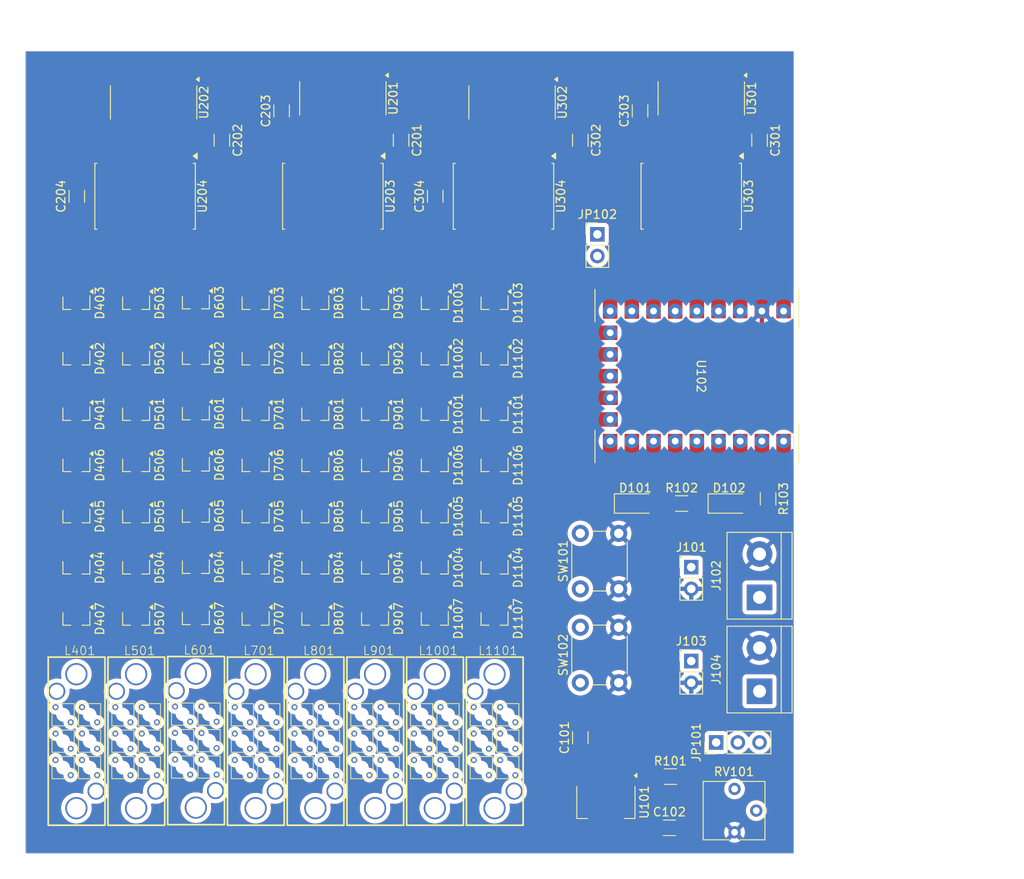
<source format=kicad_pcb>
(kicad_pcb (version 20240108) (generator "pcbnew") (generator_version "8.0")
  (layers (0 "F.Cu" signal) (31 "B.Cu" signal) (34 "B.Paste" user) (35 "F.Paste" user) (36 "B.SilkS" user "B.Silkscreen") (37 "F.SilkS" user "F.Silkscreen") (38 "B.Mask" user) (39 "F.Mask" user) (44 "Edge.Cuts" user))
  (net 0 "")
  (net 1 "Net-(JP101-C)")
  (net 2 "GND")
  (net 3 "Vdrive")
  (net 4 "+3V3")
  (net 5 "Net-(D101-A)")
  (net 6 "Net-(D102-A)")
  (net 7 "/DRIVE_DOT_1_HIGH")
  (net 8 "Net-(D401-K-Pad3)")
  (net 9 "/DRIVE_DOT_1_LOW")
  (net 10 "/DRIVE_DOT_2_HIGH")
  (net 11 "Net-(D402-K-Pad3)")
  (net 12 "/DRIVE_DOT_2_LOW")
  (net 13 "/DRIVE_DOT_3_HIGH")
  (net 14 "Net-(D403-K-Pad3)")
  (net 15 "/DRIVE_DOT_3_LOW")
  (net 16 "Net-(D404-K-Pad3)")
  (net 17 "/DRIVE_DOT_4_HIGH")
  (net 18 "/DRIVE_DOT_4_LOW")
  (net 19 "/DRIVE_DOT_5_LOW")
  (net 20 "Net-(D405-K-Pad3)")
  (net 21 "/DRIVE_DOT_5_HIGH")
  (net 22 "/DRIVE_DOT_6_LOW")
  (net 23 "Net-(D406-K-Pad3)")
  (net 24 "/DRIVE_DOT_6_HIGH")
  (net 25 "/Braille_Cell0/SOLENOID_COMMON")
  (net 26 "/DRIVE_CELL_0_LOW")
  (net 27 "/DRIVE_CELL_0_HIGH")
  (net 28 "Net-(D501-K-Pad3)")
  (net 29 "Net-(D502-K-Pad3)")
  (net 30 "Net-(D503-K-Pad3)")
  (net 31 "Net-(D504-K-Pad3)")
  (net 32 "Net-(D505-K-Pad3)")
  (net 33 "Net-(D506-K-Pad3)")
  (net 34 "/DRIVE_CELL_1_LOW")
  (net 35 "/Braille_Cell1/SOLENOID_COMMON")
  (net 36 "/DRIVE_CELL_1_HIGH")
  (net 37 "Net-(D601-K-Pad3)")
  (net 38 "Net-(D602-K-Pad3)")
  (net 39 "Net-(D603-K-Pad3)")
  (net 40 "Net-(D604-K-Pad3)")
  (net 41 "Net-(D605-K-Pad3)")
  (net 42 "Net-(D606-K-Pad3)")
  (net 43 "/Braille_Cell2/SOLENOID_COMMON")
  (net 44 "/DRIVE_CELL_2_HIGH")
  (net 45 "/DRIVE_CELL_2_LOW")
  (net 46 "Net-(D701-K-Pad3)")
  (net 47 "Net-(D702-K-Pad3)")
  (net 48 "Net-(D703-K-Pad3)")
  (net 49 "Net-(D704-K-Pad3)")
  (net 50 "Net-(D705-K-Pad3)")
  (net 51 "Net-(D706-K-Pad3)")
  (net 52 "/DRIVE_CELL_3_HIGH")
  (net 53 "/Braille_Cell3/SOLENOID_COMMON")
  (net 54 "/DRIVE_CELL_3_LOW")
  (net 55 "Net-(D801-K-Pad3)")
  (net 56 "Net-(D802-K-Pad3)")
  (net 57 "Net-(D803-K-Pad3)")
  (net 58 "Net-(D804-K-Pad3)")
  (net 59 "Net-(D805-K-Pad3)")
  (net 60 "Net-(D806-K-Pad3)")
  (net 61 "/DRIVE_CELL_4_LOW")
  (net 62 "/DRIVE_CELL_4_HIGH")
  (net 63 "/Braille_Cell4/SOLENOID_COMMON")
  (net 64 "Net-(D901-K-Pad3)")
  (net 65 "Net-(D902-K-Pad3)")
  (net 66 "Net-(D903-K-Pad3)")
  (net 67 "Net-(D904-K-Pad3)")
  (net 68 "Net-(D905-K-Pad3)")
  (net 69 "Net-(D906-K-Pad3)")
  (net 70 "/DRIVE_CELL_5_HIGH")
  (net 71 "/Braille_Cell5/SOLENOID_COMMON")
  (net 72 "/DRIVE_CELL_5_LOW")
  (net 73 "Net-(D1001-K-Pad3)")
  (net 74 "Net-(D1002-K-Pad3)")
  (net 75 "Net-(D1003-K-Pad3)")
  (net 76 "Net-(D1004-K-Pad3)")
  (net 77 "Net-(D1005-K-Pad3)")
  (net 78 "Net-(D1006-K-Pad3)")
  (net 79 "/Braille_Cell6/SOLENOID_COMMON")
  (net 80 "/DRIVE_CELL_6_HIGH")
  (net 81 "/DRIVE_CELL_6_LOW")
  (net 82 "Net-(D1101-K-Pad3)")
  (net 83 "Net-(D1102-K-Pad3)")
  (net 84 "Net-(D1103-K-Pad3)")
  (net 85 "Net-(D1104-K-Pad3)")
  (net 86 "Net-(D1105-K-Pad3)")
  (net 87 "Net-(D1106-K-Pad3)")
  (net 88 "/DRIVE_CELL_7_HIGH")
  (net 89 "/DRIVE_CELL_7_LOW")
  (net 90 "/Braille_Cell7/SOLENOID_COMMON")
  (net 91 "VDC")
  (net 92 "+5V")
  (net 93 "Net-(JP102-A)")
  (net 94 "Net-(R101-Pad2)")
  (net 95 "Net-(U102-GP28)")
  (net 96 "Net-(U102-GP27)")
  (net 98 "Net-(U102-GP9)")
  (net 99 "Net-(U102-GP10)")
  (net 100 "/MUX_SELECT_DOT_A0")
  (net 101 "/MUX_RESET")
  (net 102 "/MUX_SELECT_CELL_A2")
  (net 103 "/MUX_SELECT_CELL_A1")
  (net 104 "/MUX_SELECT_DOT_A1")
  (net 105 "/MUX_SET")
  (net 106 "/MUX_SELECT_DOT_A2")
  (net 109 "/MUX_SELECT_CELL_A0")
  (net 116 "Net-(U201-Y3)")
  (net 117 "Net-(U201-Y4)")
  (net 118 "Net-(U201-Y1)")
  (net 119 "Net-(U201-Y6)")
  (net 120 "Net-(U201-Y5)")
  (net 121 "Net-(U201-Y0)")
  (net 122 "Net-(U201-Y7)")
  (net 123 "Net-(U201-Y2)")
  (net 124 "Net-(U202-Y0)")
  (net 125 "Net-(U202-Y4)")
  (net 126 "Net-(U202-Y6)")
  (net 127 "Net-(U202-Y1)")
  (net 128 "Net-(U202-Y3)")
  (net 129 "Net-(U202-Y7)")
  (net 130 "Net-(U202-Y5)")
  (net 131 "Net-(U202-Y2)")
  (net 132 "Net-(U301-Y5)")
  (net 133 "Net-(U301-Y0)")
  (net 134 "Net-(U301-Y6)")
  (net 135 "Net-(U301-Y7)")
  (net 136 "Net-(U301-Y4)")
  (net 137 "Net-(U301-Y3)")
  (net 138 "Net-(U301-Y2)")
  (net 139 "Net-(U301-Y1)")
  (net 140 "Net-(U302-Y0)")
  (net 141 "Net-(U302-Y2)")
  (net 142 "Net-(U302-Y3)")
  (net 143 "Net-(U302-Y5)")
  (net 144 "Net-(U302-Y4)")
  (net 145 "Net-(U302-Y6)")
  (net 146 "Net-(U302-Y7)")
  (net 147 "Net-(U302-Y1)")
  (net 148 "/Mux_H-Bridge - Select Dot/HIGH_OUT_7")
  (net 149 "/Mux_H-Bridge - Select Dot/HIGH_OUT_8")
  (net 150 "/Mux_H-Bridge - Select Dot/LOW_OUT_7")
  (net 151 "/Mux_H-Bridge - Select Dot/LOW_OUT_8")
  (footprint "Braille_Display_Footprint_Lib:SOT-23_Handsoldering_EasyMode" (layer "F.Cu") (at 49.95 84.434 -90)
    (property "Reference" "D605")
    (property "Value" "BAV99")
  )
  (footprint "Button_Switch_THT:SW_PUSH_6mm_H5mm" (layer "F.Cu") (at 95 104 90)
    (property "Reference" "SW102")
    (property "Value" "SW_Push")
  )
  (footprint "Braille_Display_Footprint_Lib:SOT-23_Handsoldering_EasyMode" (layer "F.Cu") (at 35.95 84.5 -90)
    (property "Reference" "D405")
    (property "Value" "BAV99")
  )
  (footprint "Braille_Display_Footprint_Lib:SOT-23_Handsoldering_EasyMode" (layer "F.Cu") (at 49.95 59.434 -90)
    (property "Reference" "D603")
    (property "Value" "BAV99")
  )
  (footprint "Braille_Display_Footprint_Lib:SOT-23_Handsoldering_EasyMode" (layer "F.Cu") (at 63.95 90.5 -90)
    (property "Reference" "D804")
    (property "Value" "BAV99")
  )
  (footprint "Braille_Display_Footprint_Lib:SOT-23_Handsoldering_EasyMode" (layer "F.Cu") (at 63.95 78.5 -90)
    (property "Reference" "D806")
    (property "Value" "BAV99")
  )
  (footprint "Capacitor_SMD:C_1206_3216Metric_Pad1.33x1.80mm_HandSolder" (layer "F.Cu") (at 36 47 90)
    (property "Reference" "C204")
    (property "Value" "100n")
  )
  (footprint "Braille_Display_Footprint_Lib:SOT-23_Handsoldering_EasyMode" (layer "F.Cu") (at 84.95 84.5 -90)
    (property "Reference" "D1105")
    (property "Value" "BAV99")
  )
  (footprint "Braille_Display_Footprint_Lib:SOT-23_Handsoldering_EasyMode" (layer "F.Cu") (at 77.95 72.5 -90)
    (property "Reference" "D1001")
    (property "Value" "BAV99")
  )
  (footprint "Package_SO:SOIC-16_3.9x9.9mm_P1.27mm" (layer "F.Cu") (at 45 36 -90)
    (property "Reference" "U202")
    (property "Value" "74HC238")
  )
  (footprint "Resistor_SMD:R_1206_3216Metric_Pad1.30x1.75mm_HandSolder" (layer "F.Cu") (at 105.55 115)
    (property "Reference" "R101")
    (property "Value" "240")
  )
  (footprint "Package_SO:SOIC-16_3.9x9.9mm_P1.27mm" (layer "F.Cu") (at 109.175 35.525001 -90)
    (property "Reference" "U301")
    (property "Value" "74HC238")
  )
  (footprint "Braille_Display_Footprint_Lib:SOT-23_Handsoldering_EasyMode" (layer "F.Cu") (at 56.95 72.5 -90)
    (property "Reference" "D701")
    (property "Value" "BAV99")
  )
  (footprint "Braille_Display_Footprint_Lib:SOT-23_Handsoldering_EasyMode" (layer "F.Cu") (at 35.95 78.5 -90)
    (property "Reference" "D406")
    (property "Value" "BAV99")
  )
  (footprint "Braille_Display_Footprint_Lib:SOT-23_Handsoldering_EasyMode" (layer "F.Cu") (at 70.95 72.5 -90)
    (property "Reference" "D901")
    (property "Value" "BAV99")
  )
  (footprint "Capacitor_SMD:C_1206_3216Metric_Pad1.33x1.80mm_HandSolder" (layer "F.Cu") (at 78 47 90)
    (property "Reference" "C304")
    (property "Value" "100n")
  )
  (footprint "Braille_Display_Footprint_Lib:SOT-23_Handsoldering_EasyMode" (layer "F.Cu") (at 70.95 96.5 -90)
    (property "Reference" "D907")
    (property "Value" "BAV99")
  )
  (footprint "Braille_Display_Footprint_Lib:SOT-23_Handsoldering_EasyMode" (layer "F.Cu") (at 56.95 78.5 -90)
    (property "Reference" "D706")
    (property "Value" "BAV99")
  )
  (footprint "Capacitor_SMD:C_1206_3216Metric_Pad1.33x1.80mm_HandSolder" (layer "F.Cu") (at 95 40.437501 -90)
    (property "Reference" "C302")
    (property "Value" "100n")
  )
  (footprint "Braille_Display_Footprint_Lib:SOT-23_Handsoldering_EasyMode" (layer "F.Cu") (at 70.95 59.5 -90)
    (property "Reference" "D903")
    (property "Value" "BAV99")
  )
  (footprint "Braille_Display_Footprint_Lib:SOT-23_Handsoldering_EasyMode" (layer "F.Cu") (at 56.95 59.5 -90)
    (property "Reference" "D703")
    (property "Value" "BAV99")
  )
  (footprint "Braille_Display_Footprint_Lib:SOT-23_Handsoldering_EasyMode" (layer "F.Cu") (at 70.95 66 -90)
    (property "Reference" "D902")
    (property "Value" "BAV99")
  )
  (footprint "Braille_Display_Footprint_Lib:SOT-23_Handsoldering_EasyMode" (layer "F.Cu") (at 84.95 72.5 -90)
    (property "Reference" "D1101")
    (property "Value" "BAV99")
  )
  (footprint "TerminalBlock:TerminalBlock_bornier-2_P5.08mm" (layer "F.Cu") (at 116 105 90)
    (property "Reference" "J104")
    (property "Value" "Screw_Terminal_01x02")
  )
  (footprint "Braille_Display_Footprint_Lib:SOT-23_Handsoldering_EasyMode" (layer "F.Cu") (at 56.95 84.5 -90)
    (property "Reference" "D705")
    (property "Value" "BAV99")
  )
  (footprint "Braille_Display_Footprint_Lib:SOT-23_Handsoldering_EasyMode" (layer "F.Cu") (at 42.95 78.5 -90)
    (property "Reference" "D506")
    (property "Value" "BAV99")
  )
  (footprint "Braille_Display_Footprint_Lib:SOT-23_Handsoldering_EasyMode" (layer "F.Cu") (at 84.95 78.5 -90)
    (property "Reference" "D1106")
    (property "Value" "BAV99")
  )
  (footprint "Braille_Display_Footprint_Lib:Solenoid_Braille_Cell" (layer "F.Cu") (at 35.95 110.85)
    (property "Reference" "L401")
    (property "Value" "~")
  )
  (footprint "Braille_Display_Footprint_Lib:Solenoid_Braille_Cell" (layer "F.Cu") (at 63.95 110.85)
    (property "Reference" "L801")
    (property "Value" "~")
  )
  (footprint "Braille_Display_Footprint_Lib:SOT-23_Handsoldering_EasyMode" (layer "F.Cu") (at 77.95 59.5 -90)
    (property "Reference" "D1003")
    (property "Value" "BAV99")
  )
  (footprint "Connector_PinHeader_2.54mm:PinHeader_1x03_P2.54mm_Vertical" (layer "F.Cu") (at 110.92 111 90)
    (property "Reference" "JP101")
    (property "Value" "Jumper_3_Bridged12")
  )
  (footprint "Braille_Display_Footprint_Lib:SOT-23_Handsoldering_EasyMode" (layer "F.Cu") (at 35.95 90.5 -90)
    (property "Reference" "D404")
    (property "Value" "BAV99")
  )
  (footprint "Braille_Display_Footprint_Lib:SOT-23_Handsoldering_EasyMode" (layer "F.Cu") (at 49.95 78.434 -90)
    (property "Reference" "D606")
    (property "Value" "BAV99")
  )
  (footprint "Potentiometer_THT:Potentiometer_Vishay_T73YP_Vertical" (layer "F.Cu") (at 113.075 121.525)
    (property "Reference" "RV101")
    (property "Value" "R_Potentiometer")
  )
  (footprint "Braille_Display_Footprint_Lib:SOT-23_Handsoldering_EasyMode" (layer "F.Cu") (at 77.95 90.5 -90)
    (property "Reference" "D1004")
    (property "Value" "BAV99")
  )
  (footprint "Braille_Display_Footprint_Lib:SOT-23_Handsoldering_EasyMode" (layer "F.Cu") (at 56.95 90.5 -90)
    (property "Reference" "D704")
    (property "Value" "BAV99")
  )
  (footprint "Braille_Display_Footprint_Lib:SOT-23_Handsoldering_EasyMode" (layer "F.Cu") (at 63.95 84.5 -90)
    (property "Reference" "D805")
    (property "Value" "BAV99")
  )
  (footprint "Braille_Display_Footprint_Lib:SOT-23_Handsoldering_EasyMode" (layer "F.Cu") (at 42.95 96.5 -90)
    (property "Reference" "D507")
    (property "Value" "BAV99")
  )
  (footprint "Braille_Display_Footprint_Lib:SOT-23_Handsoldering_EasyMode" (layer "F.Cu") (at 70.95 90.5 -90)
    (property "Reference" "D904")
    (property "Value" "BAV99")
  )
  (footprint "Braille_Display_Footprint_Lib:SOT-23_Handsoldering_EasyMode" (layer "F.Cu") (at 84.95 96.5 -90)
    (property "Reference" "D1107")
    (property "Value" "BAV99")
  )
  (footprint "Braille_Display_Footprint_Lib:SOT-23_Handsoldering_EasyMode" (layer "F.Cu") (at 49.95 96.434 -90)
    (property "Reference" "D607")
    (property "Value" "BAV99")
  )
  (footprint "Braille_Display_Footprint_Lib:SOT-23_Handsoldering_EasyMode" (layer "F.Cu") (at 63.95 66 -90)
    (property "Reference" "D802")
    (property "Value" "BAV99")
  )
  (footprint "Capacitor_SMD:C_1206_3216Metric_Pad1.33x1.80mm_HandSolder" (layer "F.Cu") (at 95 110.4375 90)
    (property "Reference" "C101")
    (property "Value" "1u")
  )
  (footprint "Braille_Display_Footprint_Lib:SOT-23_Handsoldering_EasyMode" (layer "F.Cu") (at 42.95 72.5 -90)
    (property "Reference" "D501")
    (property "Value" "BAV99")
  )
  (footprint "LED_SMD:LED_1206_3216Metric_Pad1.42x1.75mm_HandSolder" (layer "F.Cu") (at 101.45 83)
    (property "Reference" "D101")
    (property "Value" "LED")
  )
  (footprint "Connector_PinHeader_2.54mm:PinHeader_1x02_P2.54mm_Vertical" (layer "F.Cu") (at 108 90.46)
    (property "Reference" "J101")
    (property "Value" "Conn_01x02")
  )
  (footprint "Braille_Display_Footprint_Lib:SOT-23_Handsoldering_EasyMode" (layer "F.Cu") (at 77.95 96.5 -90)
    (property "Reference" "D1007")
    (property "Value" "BAV99")
  )
  (footprint "Braille_Display_Footprint_Lib:RP2040 Zero" (layer "F.Cu") (at 95.8285 57.91 -90)
    (property "Reference" "U102")
    (property "Value" "RP2040-Zero")
  )
  (footprint "Resistor_SMD:R_1206_3216Metric_Pad1.30x1.75mm_HandSolder" (layer "F.Cu") (at 117 82.45 -90)
    (property "Reference" "R103")
    (property "Value" "3k3")
  )
  (footprint "Resistor_SMD:R_1206_3216Metric_Pad1.30x1.75mm_HandSolder" (layer "F.Cu") (at 106.875 83)
    (property "Reference" "R102")
    (property "Value" "3k3")
  )
  (footprint "Braille_Display_Footprint_Lib:SOT-23_Handsoldering_EasyMode" (layer "F.Cu") (at 49.95 72.434 -90)
    (property "Reference" "D601")
    (property "Value" "BAV99")
  )
  (footprint "Capacitor_SMD:C_1206_3216Metric_Pad1.33x1.80mm_HandSolder" (layer "F.Cu") (at 116 40.437501 -90)
    (property "Reference" "C301")
    (property "Value" "100n")
  )
  (footprint "Braille_Display_Footprint_Lib:SOT-23_Handsoldering_EasyMode" (layer "F.Cu") (at 35.95 66 -90)
    (property "Reference" "D402")
    (property "Value" "BAV99")
  )
  (footprint "Package_SO:SOIC-18W_7.5x11.6mm_P1.27mm" (layer "F.Cu") (at 66 47 -90)
    (property "Reference" "U203")
    (property "Value" "TBD62783A")
  )
  (footprint "Button_Switch_THT:SW_PUSH_6mm_H5mm" (layer "F.Cu") (at 95 93 90)
    (property "Reference" "SW101")
    (property "Value" "SW_Push")
  )
  (footprint "Braille_Display_Footprint_Lib:SOT-23_Handsoldering_EasyMode" (layer "F.Cu") (at 84.95 59.5 -90)
    (property "Reference" "D1103")
    (property "Value" "BAV99")
  )
  (footprint "Braille_Display_Footprint_Lib:Solenoid_Braille_Cell" (layer "F.Cu") (at 56.95 110.85)
    (property "Reference" "L701")
    (property "Value" "~")
  )
  (footprint "Braille_Display_Footprint_Lib:SOT-23_Handsoldering_EasyMode" (layer "F.Cu") (at 49.95 90.434 -90)
    (property "Reference" "D604")
    (property "Value" "BAV99")
  )
  (footprint "Braille_Display_Footprint_Lib:Solenoid_Braille_Cell" (layer "F.Cu") (at 42.95 110.85)
    (property "Reference" "L501")
    (property "Value" "~")
  )
  (footprint "Braille_Display_Footprint_Lib:Solenoid_Braille_Cell" (layer "F.Cu") (at 49.95 110.784)
    (property "Reference" "L601")
    (property "Value" "~")
  )
  (footprint "Braille_Display_Footprint_Lib:SOT-23_Handsoldering_EasyMode" (layer "F.Cu") (at 63.95 72.5 -90)
    (property "Reference" "D801")
    (property "Value" "BAV99")
  )
  (footprint "Capacitor_SMD:C_1206_3216Metric_Pad1.33x1.80mm_HandSolder" (layer "F.Cu") (at 53 40.4375 -90)
    (property "Reference" "C202")
    (property "Value" "100n")
  )
  (footprint "Braille_Display_Footprint_Lib:SOT-23_Handsoldering_EasyMode" (layer "F.Cu") (at 56.95 96.5 -90)
    (property "Reference" "D707")
    (property "Value" "BAV99")
  )
  (footprint "Package_SO:SOIC-16_3.9x9.9mm_P1.27mm" (layer "F.Cu") (at 87 36 -90)
    (property "Reference" "U302")
    (property "Value" "74HC238")
  )
  (footprint "Capacitor_SMD:C_1206_3216Metric_Pad1.33x1.80mm_HandSolder" (layer "F.Cu") (at 60 37 90)
    (property "Reference" "C203")
    (property "Value" "100n")
  )
  (footprint "Braille_Display_Footprint_Lib:SOT-23_Handsoldering_EasyMode" (layer "F.Cu") (at 35.95 59.5 -90)
    (property "Reference" "D403")
    (property "Value" "BAV99")
  )
  (footprint "Connector_PinHeader_2.54mm:PinHeader_1x02_P2.54mm_Vertical" (layer "F.Cu") (at 108 101.46)
    (property "Reference" "J103")
    (property "Value" "Conn_01x02")
  )
  (footprint "Braille_Display_Footprint_Lib:Solenoid_Braille_Cell" (layer "F.Cu") (at 77.95 110.85)
    (property "Reference" "L1001")
    (property "Value" "~")
  )
  (footprint "Braille_Display_Footprint_Lib:SOT-23_Handsoldering_EasyMode" (layer "F.Cu") (at 63.95 59.5 -90)
    (property "Reference" "D803")
    (property "Value" "BAV99")
  )
  (footprint "Braille_Display_Footprint_Lib:Solenoid_Braille_Cell" (layer "F.Cu") (at 70.95 110.85)
    (property "Reference" "L901")
    (property "Value" "~")
  )
  (footprint "Braille_Display_Footprint_Lib:SOT-23_Handsoldering_EasyMode" (layer "F.Cu") (at 84.95 66 -90)
    (property "Reference" "D1102")
    (property "Value" "BAV99")
  )
  (footprint "Braille_Display_Footprint_Lib:SOT-23_Handsoldering_EasyMode" (layer "F.Cu") (at 63.95 96.5 -90)
    (property "Reference" "D807")
    (property "Value" "BAV99")
  )
  (footprint "Braille_Display_Footprint_Lib:SOT-23_Handsoldering_EasyMode" (layer "F.Cu") (at 49.95 65.934 -90)
    (property "Reference" "D602")
    (property "Value" "BAV99")
  )
  (footprint "Capacitor_SMD:C_1206_3216Metric_Pad1.33x1.80mm_HandSolder" (layer "F.Cu") (at 74 40.4375 -90)
    (property "Reference" "C201")
    (property "Value" "100n")
  )
  (footprint "Braille_Display_Footprint_Lib:SOT-23_Handsoldering_EasyMode" (layer "F.Cu") (at 35.95 72.5 -90)
    (property "Reference" "D401")
    (property "Value" "BAV99")
  )
  (footprint "Braille_Display_Footprint_Lib:SOT-23_Handsoldering_EasyMode" (layer "F.Cu") (at 77.95 78.5 -90)
    (property "Reference" "D1006")
    (property "Value" "BAV99")
  )
  (footprint "Braille_Display_Footprint_Lib:SOT-23_Handsoldering_EasyMode" (layer "F.Cu") (at 77.95 66 -90)
    (property "Reference" "D1002")
    (property "Value" "BAV99")
  )
  (footprint "Braille_Display_Footprint_Lib:Solenoid_Braille_Cell" (layer "F.Cu") (at 84.95 110.85)
    (property "Reference" "L1101")
    (property "Value" "~")
  )
  (footprint "Braille_Display_Footprint_Lib:SOT-23_Handsoldering_EasyMode" (layer "F.Cu") (at 70.95 84.5 -90)
    (property "Reference" "D905")
    (property "Value" "BAV99")
  )
  (footprint "Braille_Display_Footprint_Lib:SOT-23_Handsoldering_EasyMode" (layer "F.Cu") (at 42.95 84.5 -90)
    (property "Reference" "D505")
    (property "Value" "BAV99")
  )
  (footprint "Package_SO:SOIC-18W_7.5x11.6mm_P1.27mm" (layer "F.Cu") (at 44 47 -90)
    (property "Reference" "U204")
    (property "Value" "TBD62083A")
  )
  (footprint "Package_SO:SOIC-18W_7.5x11.6mm_P1.27mm" (layer "F.Cu") (at 108 47 -90)
    (property "Reference" "U303")
    (property "Value" "TBD62783A")
  )
  (footprint "Braille_Display_Footprint_Lib:SOT-23_Handsoldering_EasyMode" (layer "F.Cu") (at 70.95 78.5 -90)
    (property "Reference" "D906")
    (property "Value" "BAV99")
  )
  (footprint "Braille_Display_Footprint_Lib:SOT-23_Handsoldering_EasyMode" (layer "F.Cu") (at 77.95 84.5 -90)
    (property "Reference" "D1005")
    (property "Value" "BAV99")
  )
  (footprint "Braille_Display_Footprint_Lib:SOT-23_Handsoldering_EasyMode" (layer "F.Cu") (at 42.95 66 -90)
    (property "Reference" "D502")
    (property "Value" "BAV99")
  )
  (footprint "Package_SO:SOIC-16_3.9x9.9mm_P1.27mm" (layer "F.Cu") (at 67.175 35.525 -90)
    (property "Reference" "U201")
    (property "Value" "74HC238")
  )
  (footprint "Capacitor_SMD:C_1206_3216Metric_Pad1.33x1.80mm_HandSolder" (layer "F.Cu") (at 105.4375 121)
    (property "Reference" "C102")
    (property "Value" "1u")
  )
  (footprint "Capacitor_SMD:C_1206_3216Metric_Pad1.33x1.80mm_HandSolder" (layer "F.Cu") (at 102 37.000001 90)
    (property "Reference" "C303")
    (property "Value" "100n")
  )
  (footprint "Braille_Display_Footprint_Lib:SOT-23_Handsoldering_EasyMode" (layer "F.Cu") (at 42.95 90.5 -90)
    (property "Reference" "D504")
    (property "Value" "BAV99")
  )
  (footprint "Package_TO_SOT_SMD:SOT-223-3_TabPin2" (layer "F.Cu") (at 98 118 -90)
    (property "Reference" "U101")
    (property "Value" "LM317_SOT-223")
  )
  (footprint "Connector_PinHeader_2.54mm:PinHeader_1x02_P2.54mm_Vertical" (layer "F.Cu") (at 97 51.46)
    (property "Reference" "JP102")
    (property "Value" "Jumper_2_Open")
  )
  (footprint "Braille_Display_Footprint_Lib:SOT-23_Handsoldering_EasyMode" (layer "F.Cu") (at 84.95 90.5 -90)
    (property "Reference" "D1104")
    (property "Value" "BAV99")
  )
  (footprint "Braille_Display_Footprint_Lib:SOT-23_Handsoldering_EasyMode" (layer "F.Cu") (at 56.95 66 -90)
    (property "Reference" "D702")
    (property "Value" "BAV99")
  )
  (footprint "Package_SO:SOIC-18W_7.5x11.6mm_P1.27mm" (layer "F.Cu") (at 86 47 -90)
    (property "Reference" "U304")
    (property "Value" "TBD62083A")
  )
  (footprint "Braille_Display_Footprint_Lib:SOT-23_Handsoldering_EasyMode" (layer "F.Cu") (at 42.95 59.5 -90)
    (property "Reference" "D503")
    (property "Value" "BAV99")
  )
  (footprint "LED_SMD:LED_1206_3216Metric_Pad1.42x1.75mm_HandSolder" (layer "F.Cu") (at 112.4375 83)
    (property "Reference" "D102")
    (property "Value" "LED")
  )
  (footprint "TerminalBlock:TerminalBlock_bornier-2_P5.08mm" (layer "F.Cu") (at 116 94 90)
    (property "Reference" "J102")
    (property "Value" "Screw_Terminal_01x02")
  )
  (footprint "Braille_Display_Footprint_Lib:SOT-23_Handsoldering_EasyMode" (layer "F.Cu") (at 35.95 96.5 -90)
    (property "Reference" "D407")
    (property "Value" "BAV99")
  )
  (gr_rect (start 30 30) (end 120 124) (stroke (width 0.05)) (fill none) (layer "Edge.Cuts"))
  (segment (start 36 48.73) (end 38.92 51.65) (width 0.2) (layer "F.Cu") (net 3))
  (segment (start 60 40.16) (end 60.92 41.08) (width 0.2) (layer "F.Cu") (net 3))
  (segment (start 102 40.16) (end 102.92 41.08) (width 0.2) (layer "F.Cu") (net 3))
  (segment (start 60 38.5625) (end 60 40.16) (width 0.2) (layer "F.Cu") (net 3))
  (segment (start 36 48.5625) (end 36 48.73) (width 0.2) (layer "F.Cu") (net 3))
  (segment (start 78 48.73) (end 80.92 51.65) (width 0.2) (layer "F.Cu") (net 3))
  (segment (start 102.92 41.08) (end 102.92 42.35) (width 0.2) (layer "F.Cu") (net 3))
  (segment (start 102 38.5625) (end 102 40.16) (width 0.2) (layer "F.Cu") (net 3))
  (segment (start 60.92 41.08) (end 60.92 42.35) (width 0.2) (layer "F.Cu") (net 3))
  (segment (start 78 48.5625) (end 78 48.73) (width 0.2) (layer "F.Cu") (net 3))
  (segment (start 116 38.875) (end 114.495 38.875) (width 0.2) (layer "F.Cu") (net 4))
  (segment (start 95 38.875) (end 91.845 38.875) (width 0.2) (layer "F.Cu") (net 4))
  (segment (start 74 38.875) (end 72.495 38.875) (width 0.2) (layer "F.Cu") (net 4))
  (segment (start 91.845 38.875) (end 91.445 38.475) (width 0.2) (layer "F.Cu") (net 4))
  (segment (start 114.495 38.875) (end 113.62 38) (width 0.2) (layer "F.Cu") (net 4))
  (segment (start 72.495 38.875) (end 71.62 38) (width 0.2) (layer "F.Cu") (net 4))
  (segment (start 53 38.875) (end 49.845 38.875) (width 0.2) (layer "F.Cu") (net 4))
  (segment (start 49.845 38.875) (end 49.445 38.475) (width 0.2) (layer "F.Cu") (net 4))
  (segment (start 66.54 38) (end 66.54 38.974999) (width 0.2) (layer "F.Cu") (net 116))
  (segment (start 67.27 39.704999) (end 67.27 42.35) (width 0.2) (layer "F.Cu") (net 116))
  (segment (start 66.54 38.974999) (end 67.27 39.704999) (width 0.2) (layer "F.Cu") (net 116))
  (segment (start 65.27 38.974999) (end 66 39.704999) (width 0.2) (layer "F.Cu") (net 117))
  (segment (start 65.27 38) (end 65.27 38.974999) (width 0.2) (layer "F.Cu") (net 117))
  (segment (start 66 39.704999) (end 66 42.35) (width 0.2) (layer "F.Cu") (net 117))
  (segment (start 69.81 39.704999) (end 69.81 42.35) (width 0.2) (layer "F.Cu") (net 118))
  (segment (start 69.08 38) (end 69.08 38.974999) (width 0.2) (layer "F.Cu") (net 118))
  (segment (start 69.08 38.974999) (end 69.81 39.704999) (width 0.2) (layer "F.Cu") (net 118))
  (segment (start 63.46 39.704999) (end 63.46 42.35) (width 0.2) (layer "F.Cu") (net 119))
  (segment (start 62.73 38.974999) (end 63.46 39.704999) (width 0.2) (layer "F.Cu") (net 119))
  (segment (start 62.73 38) (end 62.73 38.974999) (width 0.2) (layer "F.Cu") (net 119))
  (segment (start 64 38.974999) (end 64.73 39.704999) (width 0.2) (layer "F.Cu") (net 120))
  (segment (start 64 38) (end 64 38.974999) (width 0.2) (layer "F.Cu") (net 120))
  (segment (start 64.73 39.704999) (end 64.73 42.35) (width 0.2) (layer "F.Cu") (net 120))
  (segment (start 71.08 39.704999) (end 71.08 42.35) (width 0.2) (layer "F.Cu") (net 121))
  (segment (start 70.35 38.974999) (end 71.08 39.704999) (width 0.2) (layer "F.Cu") (net 121))
  (segment (start 70.35 38) (end 70.35 38.974999) (width 0.2) (layer "F.Cu") (net 121))
  (segment (start 67.81 38) (end 67.81 38.974999) (width 0.2) (layer "F.Cu") (net 123))
  (segment (start 68.54 39.704999) (end 68.54 42.35) (width 0.2) (layer "F.Cu") (net 123))
  (segment (start 67.81 38.974999) (end 68.54 39.704999) (width 0.2) (layer "F.Cu") (net 123))
  (segment (start 48.175 39.449999) (end 49.08 40.354999) (width 0.2) (layer "F.Cu") (net 124))
  (segment (start 48.175 38.475) (end 48.175 39.449999) (width 0.2) (layer "F.Cu") (net 124))
  (segment (start 49.08 40.354999) (end 49.08 42.35) (width 0.2) (layer "F.Cu") (net 124))
  (segment (start 43.095 38.475) (end 43.095 39.449999) (width 0.2) (layer "F.Cu") (net 125))
  (segment (start 43.095 39.449999) (end 44 40.354999) (width 0.2) (layer "F.Cu") (net 125))
  (segment (start 44 40.354999) (end 44 42.35) (width 0.2) (layer "F.Cu") (net 125))
  (segment (start 40.555 38.475) (end 40.555 39.449999) (width 0.2) (layer "F.Cu") (net 126))
  (segment (start 41.46 40.354999) (end 41.46 42.35) (width 0.2) (layer "F.Cu") (net 126))
  (segment (start 40.555 39.449999) (end 41.46 40.354999) (width 0.2) (layer "F.Cu") (net 126))
  (segment (start 46.905 38.475) (end 46.905 39.449999) (width 0.2) (layer "F.Cu") (net 127))
  (segment (start 47.81 40.354999) (end 47.81 42.35) (width 0.2) (layer "F.Cu") (net 127))
  (segment (start 46.905 39.449999) (end 47.81 40.354999) (width 0.2) (layer "F.Cu") (net 127))
  (segment (start 45.27 40.354999) (end 45.27 42.35) (width 0.2) (layer "F.Cu") (net 128))
  (segment (start 44.365 38.475) (end 44.365 39.449999) (width 0.2) (layer "F.Cu") (net 128))
  (segment (start 44.365 39.449999) (end 45.27 40.354999) (width 0.2) (layer "F.Cu") (net 128))
  (segment (start 41.825 38.475) (end 41.825 39.449999) (width 0.2) (layer "F.Cu") (net 130))
  (segment (start 41.825 39.449999) (end 42.73 40.354999) (width 0.2) (layer "F.Cu") (net 130))
  (segment (start 42.73 40.354999) (end 42.73 42.35) (width 0.2) (layer "F.Cu") (net 130))
  (segment (start 45.635 38.475) (end 45.635 39.449999) (width 0.2) (layer "F.Cu") (net 131))
  (segment (start 46.54 40.354999) (end 46.54 42.35) (width 0.2) (layer "F.Cu") (net 131))
  (segment (start 45.635 39.449999) (end 46.54 40.354999) (width 0.2) (layer "F.Cu") (net 131))
  (segment (start 106 38.974999) (end 106.73 39.704999) (width 0.2) (layer "F.Cu") (net 132))
  (segment (start 106 38) (end 106 38.974999) (width 0.2) (layer "F.Cu") (net 132))
  (segment (start 106.73 39.704999) (end 106.73 42.35) (width 0.2) (layer "F.Cu") (net 132))
  (segment (start 112.35 38.974999) (end 113.08 39.704999) (width 0.2) (layer "F.Cu") (net 133))
  (segment (start 112.35 38) (end 112.35 38.974999) (width 0.2) (layer "F.Cu") (net 133))
  (segment (start 113.08 39.704999) (end 113.08 42.35) (width 0.2) (layer "F.Cu") (net 133))
  (segment (start 105.46 39.704999) (end 105.46 42.35) (width 0.2) (layer "F.Cu") (net 134))
  (segment (start 104.73 38.974999) (end 105.46 39.704999) (width 0.2) (layer "F.Cu") (net 134))
  (segment (start 104.73 38) (end 104.73 38.974999) (width 0.2) (layer "F.Cu") (net 134))
  (segment (start 107.27 38.974999) (end 108 39.704999) (width 0.2) (layer "F.Cu") (net 136))
  (segment (start 107.27 38) (end 107.27 38.974999) (width 0.2) (layer "F.Cu") (net 136))
  (segment (start 108 39.704999) (end 108 42.35) (width 0.2) (layer "F.Cu") (net 136))
  (segment (start 108.54 38) (end 108.54 38.974999) (width 0.2) (layer "F.Cu") (net 137))
  (segment (start 108.54 38.974999) (end 109.27 39.704999) (width 0.2) (layer "F.Cu") (net 137))
  (segment (start 109.27 39.704999) (end 109.27 42.35) (width 0.2) (layer "F.Cu") (net 137))
  (segment (start 109.81 38) (end 109.81 38.974999) (width 0.2) (layer "F.Cu") (net 138))
  (segment (start 109.81 38.974999) (end 110.54 39.704999) (width 0.2) (layer "F.Cu") (net 138))
  (segment (start 110.54 39.704999) (end 110.54 42.35) (width 0.2) (layer "F.Cu") (net 138))
  (segment (start 111.81 39.704999) (end 111.81 42.35) (width 0.2) (layer "F.Cu") (net 139))
  (segment (start 111.08 38.974999) (end 111.81 39.704999) (width 0.2) (layer "F.Cu") (net 139))
  (segment (start 111.08 38) (end 111.08 38.974999) (width 0.2) (layer "F.Cu") (net 139))
  (segment (start 90.175 39.449999) (end 91.08 40.354999) (width 0.2) (layer "F.Cu") (net 140))
  (segment (start 90.175 38.475) (end 90.175 39.449999) (width 0.2) (layer "F.Cu") (net 140))
  (segment (start 91.08 40.354999) (end 91.08 42.35) (width 0.2) (layer "F.Cu") (net 140))
  (segment (start 87.635 38.475) (end 87.635 39.449999) (width 0.2) (layer "F.Cu") (net 141))
  (segment (start 88.54 40.354999) (end 88.54 42.35) (width 0.2) (layer "F.Cu") (net 141))
  (segment (start 87.635 39.449999) (end 88.54 40.354999) (width 0.2) (layer "F.Cu") (net 141))
  (segment (start 86.365 38.475) (end 86.365 39.449999) (width 0.2) (layer "F.Cu") (net 142))
  (segment (start 87.27 40.354999) (end 87.27 42.35) (width 0.2) (layer "F.Cu") (net 142))
  (segment (start 86.365 39.449999) (end 87.27 40.354999) (width 0.2) (layer "F.Cu") (net 142))
  (segment (start 83.825 38.475) (end 83.825 39.449999) (width 0.2) (layer "F.Cu") (net 143))
  (segment (start 83.825 39.449999) (end 84.73 40.354999) (width 0.2) (layer "F.Cu") (net 143))
  (segment (start 84.73 40.354999) (end 84.73 42.35) (width 0.2) (layer "F.Cu") (net 143))
  (segment (start 86 40.354999) (end 86 42.35) (width 0.2) (layer "F.Cu") (net 144))
  (segment (start 85.095 39.449999) (end 86 40.354999) (width 0.2) (layer "F.Cu") (net 144))
  (segment (start 85.095 38.475) (end 85.095 39.449999) (width 0.2) (layer "F.Cu") (net 144))
  (segment (start 83.46 40.354999) (end 83.46 42.35) (width 0.2) (layer "F.Cu") (net 145))
  (segment (start 82.555 39.449999) (end 83.46 40.354999) (width 0.2) (layer "F.Cu") (net 145))
  (segment (start 82.555 38.475) (end 82.555 39.449999) (width 0.2) (layer "F.Cu") (net 145))
  (segment (start 88.905 38.475) (end 88.905 39.449999) (width 0.2) (layer "F.Cu") (net 147))
  (segment (start 88.905 39.449999) (end 89.81 40.354999) (width 0.2) (layer "F.Cu") (net 147))
  (segment (start 89.81 40.354999) (end 89.81 42.35) (width 0.2) (layer "F.Cu") (net 147))
  (zone (net 2) (net_name "GND") (layer "F.Cu") (connect_pads (clearance 0.5)) (min_thickness 0.25) (fill yes (thermal_gap 0.5) (thermal_bridge_width 0.5))
    (polygon (pts (xy 27 24) (xy 27 127) (xy 144 127) (xy 128 24)))
  )
  (zone (net 2) (net_name "GND") (layer "B.Cu") (priority 1) (connect_pads (clearance 0.5)) (min_thickness 0.25) (fill yes (thermal_gap 0.5) (thermal_bridge_width 0.5))
    (polygon (pts (xy 147 25) (xy 27 24) (xy 27 127) (xy 144 127)))
  )
)
</source>
